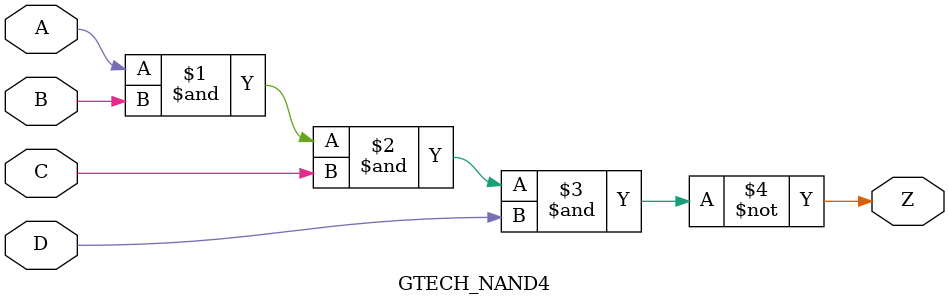
<source format=v>



module GTECH_NAND4 (A, B, C, D, Z);  
	input A, B, C, D;
	output Z;

	assign Z = ~(A & B & C & D);
endmodule




</source>
